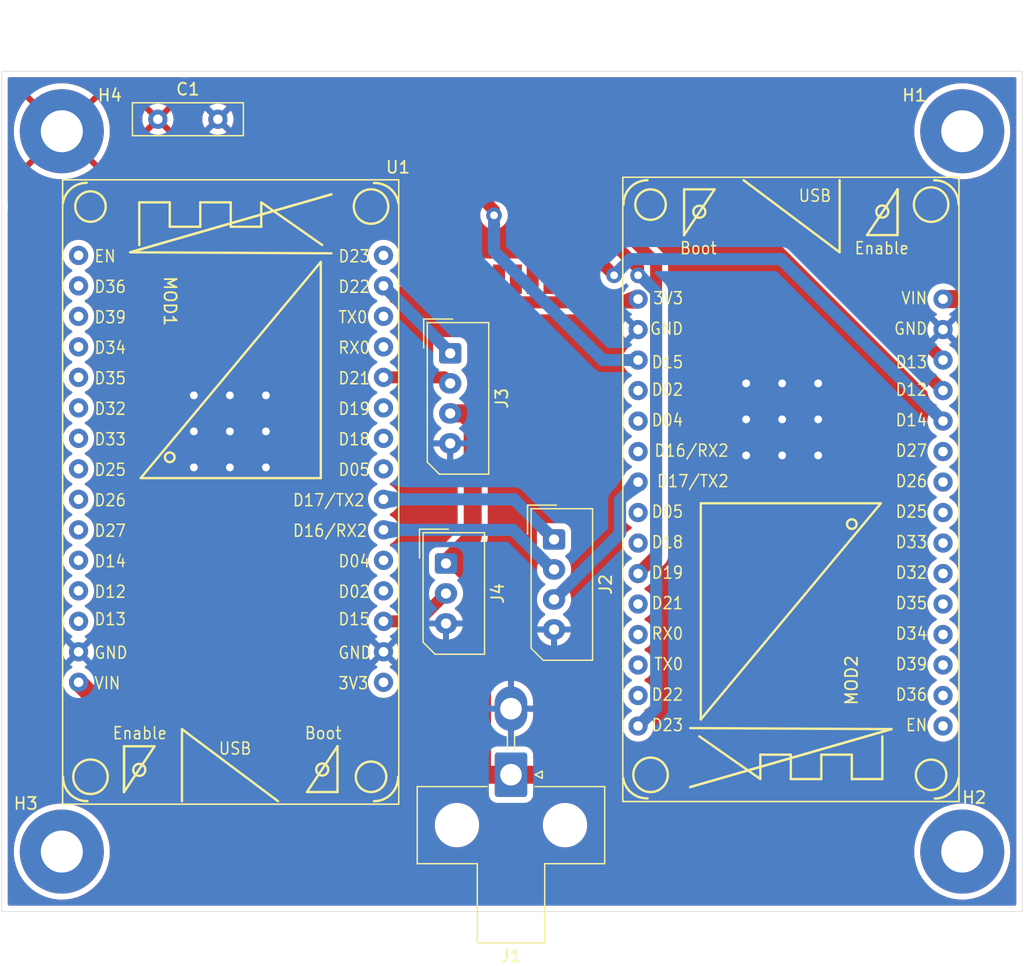
<source format=kicad_pcb>
(kicad_pcb (version 20240108) (generator "pcbnew") (generator_version "8.0")
  (layers (0 "F.Cu" signal) (31 "B.Cu" signal) (34 "B.Paste" user) (35 "F.Paste" user) (36 "B.SilkS" user "B.Silkscreen") (37 "F.SilkS" user "F.Silkscreen") (38 "B.Mask" user) (39 "F.Mask" user) (44 "Edge.Cuts" user))
  (net 0 "")
  (net 1 "GND")
  (net 2 "Net-(C1-Pad1)")
  (net 3 "+5V")
  (net 4 "/UWB_TX")
  (net 5 "/HUSKY_TX")
  (net 6 "/HUSKY_RX")
  (net 7 "/SDA")
  (net 8 "/SCL")
  (net 9 "/PWM_PIN")
  (net 33 "/CLK")
  (net 37 "/MOSI")
  (net 39 "+3.3V")
  (net 40 "/MISO")
  (net 41 "/RST")
  (net 49 "/CS")
  (net 52 "/IRQ")
  (footprint "Connector_Molex:Molex_SPOX_5267-03A_1x03_P2.50mm_Vertical" (layer "F.Cu") (at 94 95 -90)
    (property "Reference" "J4" (at 2.5 -4.3 90) (layer "F.SilkS"))
    (property "Value" "Servo(MG-90S)")
    (fp_line (start -2.86 2.21) (end -0.45 2.21) (stroke (width 0.12)) (layer "F.SilkS"))
    (fp_line (start -2.56 1.91) (end 6.56 1.91) (stroke (width 0.12)) (layer "F.SilkS"))
    (fp_line (start 6.56 1.91) (end 7.56 0.91) (stroke (width 0.12)) (layer "F.SilkS"))
    (fp_line (start 7.56 0.91) (end 7.56 -3.21) (stroke (width 0.12)) (layer "F.SilkS"))
    (fp_line (start -2.86 -0.2) (end -2.86 2.21) (stroke (width 0.12)) (layer "F.SilkS"))
    (fp_line (start -2.56 -3.21) (end -2.56 1.91) (stroke (width 0.12)) (layer "F.SilkS"))
    (fp_line (start 7.56 -3.21) (end -2.56 -3.21) (stroke (width 0.12)) (layer "F.SilkS"))
    (pad "1" thru_hole roundrect (at 0 0 270) (size 1.7 1.85) (drill 0.85) (layers "*.Cu" "*.Mask") (roundrect_rratio 0.147059) (net 3 "+5V"))
    (pad "2" thru_hole oval (at 2.5 0 270) (size 1.7 1.85) (drill 0.85) (layers "*.Cu" "*.Mask") (net 9 "/PWM_PIN"))
    (pad "3" thru_hole oval (at 5 0 270) (size 1.7 1.85) (drill 0.85) (layers "*.Cu" "*.Mask") (net 1 "GND"))
  )
  (footprint "MountingHole:MountingHole_3.5mm_Pad" (layer "F.Cu") (at 137 59)
    (property "Reference" "H1" (at -4 -3 0) (layer "F.SilkS"))
    (property "Value" "MountingHole")
    (pad "1" thru_hole circle (at 0 0) (size 7 7) (drill 3.5) (layers "*.Cu" "*.Mask"))
  )
  (footprint "Connector_Molex:Molex_SPOX_5267-04A_1x04_P2.50mm_Vertical" (layer "F.Cu") (at 94.35 77.5 -90)
    (property "Reference" "J3" (at 3.75 -4.3 90) (layer "F.SilkS"))
    (property "Value" "HUSYYLENS")
    (fp_line (start -2.86 2.21) (end -0.45 2.21) (stroke (width 0.12)) (layer "F.SilkS"))
    (fp_line (start -2.56 1.91) (end 9.06 1.91) (stroke (width 0.12)) (layer "F.SilkS"))
    (fp_line (start 9.06 1.91) (end 10.06 0.91) (stroke (width 0.12)) (layer "F.SilkS"))
    (fp_line (start 10.06 0.91) (end 10.06 -3.21) (stroke (width 0.12)) (layer "F.SilkS"))
    (fp_line (start -2.86 -0.2) (end -2.86 2.21) (stroke (width 0.12)) (layer "F.SilkS"))
    (fp_line (start -2.56 -3.21) (end -2.56 1.91) (stroke (width 0.12)) (layer "F.SilkS"))
    (fp_line (start 10.06 -3.21) (end -2.56 -3.21) (stroke (width 0.12)) (layer "F.SilkS"))
    (pad "1" thru_hole roundrect (at 0 0 270) (size 1.7 1.85) (drill 0.85) (layers "*.Cu" "*.Mask") (roundrect_rratio 0.147059) (net 8 "/SCL"))
    (pad "2" thru_hole oval (at 2.5 0 270) (size 1.7 1.85) (drill 0.85) (layers "*.Cu" "*.Mask") (net 7 "/SDA"))
    (pad "3" thru_hole oval (at 5 0 270) (size 1.7 1.85) (drill 0.85) (layers "*.Cu" "*.Mask") (net 3 "+5V"))
    (pad "4" thru_hole oval (at 7.5 0 270) (size 1.7 1.85) (drill 0.85) (layers "*.Cu" "*.Mask") (net 1 "GND"))
  )
  (footprint "Capacitor_THT:C_Disc_D9.0mm_W2.5mm_P5.00mm" (layer "F.Cu") (at 70 58)
    (property "Reference" "C1" (at 2.5 -2.5 0) (layer "F.SilkS"))
    (property "Value" "1000pF")
    (fp_line (start -2.12 -1.37) (end -2.12 1.37) (stroke (width 0.12)) (layer "F.SilkS"))
    (fp_line (start -2.12 -1.37) (end 7.12 -1.37) (stroke (width 0.12)) (layer "F.SilkS"))
    (fp_line (start -2.12 1.37) (end 7.12 1.37) (stroke (width 0.12)) (layer "F.SilkS"))
    (fp_line (start 7.12 -1.37) (end 7.12 1.37) (stroke (width 0.12)) (layer "F.SilkS"))
    (pad "1" thru_hole circle (at 0 0) (size 1.6 1.6) (drill 0.8) (layers "*.Cu" "*.Mask") (net 2 "Net-(C1-Pad1)"))
    (pad "2" thru_hole circle (at 5 0) (size 1.6 1.6) (drill 0.8) (layers "*.Cu" "*.Mask") (net 1 "GND"))
  )
  (footprint "My_foot_print:ESP32_new" (layer "F.Cu") (at 123.967978 88.226806 180)
    (property "Reference" "MOD2" (at -3.812022 -16.503194 90) (layer "F.SilkS"))
    (property "Value" "ESP-UWB")
    (fp_line (start 10.135408 24.386404) (end 7.595408 24.386404) (stroke (width 0.2)) (layer "F.SilkS"))
    (fp_line (start 10.135408 20.576404) (end 10.135408 24.386404) (stroke (width 0.2)) (layer "F.SilkS"))
    (fp_line (start 10.135408 20.576404) (end 10.135408 20.576404) (stroke (width 0.2)) (layer "F.SilkS"))
    (fp_line (start 9.627408 -20.486938) (end -7.136592 -20.571596) (stroke (width 0.2)) (layer "F.SilkS"))
    (fp_line (start 8.74552 -1.763531) (end -6.25445 -1.763531) (stroke (width 0.2)) (layer "F.SilkS"))
    (fp_line (start 8.74552 -19.76352) (end 8.74552 -1.763531) (stroke (width 0.2)) (layer "F.SilkS"))
    (fp_line (start 8.74552 -19.76352) (end 8.74552 -19.76352) (stroke (width 0.2)) (layer "F.SilkS"))
    (fp_line (start 7.595408 24.386404) (end 10.135408 20.576404) (stroke (width 0.2)) (layer "F.SilkS"))
    (fp_line (start 3.785408 -22.699481) (end 3.785408 -24.731481) (stroke (width 0.2)) (layer "F.SilkS"))
    (fp_line (start 3.785408 -24.731481) (end 8.865408 -21.175481) (stroke (width 0.2)) (layer "F.SilkS"))
    (fp_line (start 1.245408 -22.699481) (end 3.785408 -22.699481) (stroke (width 0.2)) (layer "F.SilkS"))
    (fp_line (start 1.245408 -24.731481) (end 1.245408 -22.699481) (stroke (width 0.2)) (layer "F.SilkS"))
    (fp_line (start -1.294592 -22.699481) (end -1.294592 -24.731481) (stroke (width 0.2)) (layer "F.SilkS"))
    (fp_line (start -1.294592 -24.731481) (end 1.245408 -24.731481) (stroke (width 0.2)) (layer "F.SilkS"))
    (fp_line (start -2.818592 25.148404) (end -2.818592 19.148416) (stroke (width 0.2)) (layer "F.SilkS"))
    (fp_line (start -2.818592 19.148416) (end 5.181392 25.148404) (stroke (width 0.2)) (layer "F.SilkS"))
    (fp_line (start -3.834592 -22.699481) (end -1.294592 -22.699481) (stroke (width 0.2)) (layer "F.SilkS"))
    (fp_line (start -3.834592 -24.731481) (end -3.834592 -22.699481) (stroke (width 0.2)) (layer "F.SilkS"))
    (fp_line (start -5.104592 20.576404) (end -7.644592 24.386404) (stroke (width 0.2)) (layer "F.SilkS"))
    (fp_line (start -6.25445 -1.763531) (end 8.74552 -19.76352) (stroke (width 0.2)) (layer "F.SilkS"))
    (fp_line (start -6.374592 -21.175481) (end -6.374592 -24.731481) (stroke (width 0.2)) (layer "F.SilkS"))
    (fp_line (start -6.374592 -24.731481) (end -3.834592 -24.731481) (stroke (width 0.2)) (layer "F.SilkS"))
    (fp_line (start -7.136592 -20.571596) (end 9.627408 -25.397596) (stroke (width 0.2)) (layer "F.SilkS"))
    (fp_line (start -7.136592 -20.571596) (end 9.627408 -25.397596) (stroke (width 0.2)) (layer "F.SilkS"))
    (fp_line (start -7.644592 24.386404) (end -7.644592 24.386404) (stroke (width 0.2)) (layer "F.SilkS"))
    (fp_line (start -7.644592 24.386404) (end -7.644592 20.576404) (stroke (width 0.2)) (layer "F.SilkS"))
    (fp_line (start -7.644592 24.386404) (end -7.644592 20.576404) (stroke (width 0.2)) (layer "F.SilkS"))
    (fp_line (start -7.644592 20.576404) (end -5.104592 20.576404) (stroke (width 0.2)) (layer "F.SilkS"))
    (fp_rect (start -12.759837 -26.604656) (end 15.240163 25.395344) (stroke (width 0.12)) (fill none) (layer "F.SilkS"))
    (fp_rect (start -12.759837 -26.604656) (end 15.240163 25.395344) (stroke (width 0.12)) (fill none) (layer "F.SilkS"))
    (fp_arc (start 15.183175 23.116912) (mid 14.60873 24.551439) (end 13.183427 25.148404) (stroke (width 0.2)) (layer "F.SilkS"))
    (fp_arc (start 13.177033 -26.340317) (mid 14.52025 -25.875405) (end 15.215408 -24.635596) (stroke (width 0.2)) (layer "F.SilkS"))
    (fp_arc (start 9.365153 22.542618) (mid 8.366312 22.494376) (end 9.365407 22.53703) (stroke (width 0.2)) (layer "F.SilkS"))
    (fp_arc (start -3.434669 -3.493398) (mid -4.234655 -3.495557) (end -3.434669 -3.497716) (stroke (width 0.2)) (layer "F.SilkS"))
    (fp_arc (start -5.874593 22.542618) (mid -6.874333 22.539824) (end -5.874593 22.53703) (stroke (width 0.2)) (layer "F.SilkS"))
    (fp_arc (start -10.692567 25.145153) (mid -12.136715 24.561757) (end -12.724465 23.119376) (stroke (width 0.2)) (layer "F.SilkS"))
    (fp_arc (start -12.735082 -24.637069) (mid -12.066424 -25.867469) (end -10.754691 -26.357716) (stroke (width 0.2)) (layer "F.SilkS"))
    (fp_circle (center 12.929535 23.116531) (end 14.199535 23.116531) (stroke (width 0.2)) (fill none) (layer "F.SilkS"))
    (fp_circle (center 12.929535 -24.381469) (end 14.366413 -24.381469) (stroke (width 0.2)) (fill none) (layer "F.SilkS"))
    (fp_circle (center -10.438465 23.116531) (end -9.001587 23.116531) (stroke (width 0.2)) (fill none) (layer "F.SilkS"))
    (fp_circle (center -10.438465 -24.381469) (end -9.168465 -24.381469) (stroke (width 0.2)) (fill none) (layer "F.SilkS"))
    (fp_text user "D34" (at -10.184628 -12.032921 0) (layer "F.SilkS") (effects (font (size 0.999998 0.899998) (thickness 0.124999)) (justify right top)))
    (fp_text user "D15" (at 10.135372 10.573079 0) (layer "F.SilkS") (effects (font (size 0.999998 0.899998) (thickness 0.124999)) (justify right top)))
    (fp_text user "D22" (at 10.135372 -17.112921 0) (layer "F.SilkS") (effects (font (size 0.999998 0.899998) (thickness 0.124999)) (justify right top)))
    (fp_text user "D39" (at -10.184628 -14.572921 0) (layer "F.SilkS") (effects (font (size 0.999998 0.899998) (thickness 0.124999)) (justify right top)))
    (fp_text user "D04" (at 10.135372 5.747079 0) (layer "F.SilkS") (effects (font (size 0.999998 0.899998) (thickness 0.124999)) (justify right top)))
    (fp_text user "D36" (at -10.184628 -17.112921 0) (layer "F.SilkS") (effects (font (size 0.999998 0.899998) (thickness 0.124999)) (justify right top)))
    (fp_text user "D27" (at -10.184628 3.207079 0) (layer "F.SilkS") (effects (font (size 0.999998 0.899998) (thickness 0.124999)) (justify right top)))
    (fp_text user "D12" (at -10.184628 8.287079 0) (layer "F.SilkS") (effects (font (size 0.999998 0.899998) (thickness 0.124999)) (justify right top)))
    (fp_text user "D16/RX2" (at 6.347978 3.207079 0) (layer "F.SilkS") (effects (font (size 0.999998 0.899998) (thickness 0.124999)) (justify right top)))
    (fp_text user "Boot" (at 7.341535 20.068531 0) (layer "F.SilkS") (effects (font (size 0.999998 0.899998) (thickness 0.124999)) (justify right top)))
    (fp_text user "D13" (at -10.184628 10.573079 0) (layer "F.SilkS") (effects (font (size 0.999998 0.899998) (thickness 0.124999)) (justify right top)))
    (fp_text user "D33" (at -10.184628 -4.412921 0) (layer "F.SilkS") (effects (font (size 0.999998 0.899998) (thickness 0.124999)) (justify right top)))
    (fp_text user "D23" (at 10.135372 -19.652921 0) (layer "F.SilkS") (effects (font (size 0.999998 0.899998) (thickness 0.124999)) (justify right top)))
    (fp_text user "D17/TX2" (at 6.347978 0.667079 0) (layer "F.SilkS") (effects (font (size 0.999998 0.899998) (thickness 0.124999)) (justify right top)))
    (fp_text user "D18" (at 10.135372 -4.412921 0) (layer "F.SilkS") (effects (font (size 0.999998 0.899998) (thickness 0.124999)) (justify right top)))
    (fp_text user "TX0" (at 10.135372 -14.572921 0) (layer "F.SilkS") (effects (font (size 0.999998 0.899998) (thickness 0.124999)) (justify right top)))
    (fp_text user "D19" (at 10.135372 -6.952921 0) (layer "F.SilkS") (effects (font (size 0.999998 0.899998) (thickness 0.124999)) (justify right top)))
    (fp_text user "D35" (at -10.184628 -9.492921 0) (layer "F.SilkS") (effects (font (size 0.999998 0.899998) (thickness 0.124999)) (justify right top)))
    (fp_text user "Enable" (at -8.660465 20.068531 0) (layer "F.SilkS") (effects (font (size 0.999998 0.899998) (thickness 0.124999)) (justify right top)))
    (fp_text user "D14" (at -10.184628 5.747079 0) (layer "F.SilkS") (effects (font (size 0.999998 0.899998) (thickness 0.124999)) (justify right top)))
    (fp_text user "EN" (at -10.184628 -19.652921 0) (layer "F.SilkS") (effects (font (size 0.999998 0.899998) (thickness 0.124999)) (justify right top)))
    (fp_text user "GND" (at 10.135372 13.367079 0) (layer "F.SilkS") (effects (font (size 0.999998 0.899998) (thickness 0.124999)) (justify right top)))
    (fp_text user "RX0" (at 10.135372 -12.032921 0) (layer "F.SilkS") (effects (font (size 0.999998 0.899998) (thickness 0.124999)) (justify right top)))
    (fp_text user "USB" (at -2.194192 24.440877 0) (layer "F.SilkS") (effects (font (size 0.999998 0.899998) (thickness 0.124999)) (justify right top)))
    (fp_text user "3V3" (at 10.135372 15.907079 0) (layer "F.SilkS") (effects (font (size 0.999998 0.899998) (thickness 0.124999)) (justify right top)))
    (fp_text user "D21" (at 10.135372 -9.492921 0) (layer "F.SilkS") (effects (font (size 0.999998 0.899998) (thickness 0.124999)) (justify right top)))
    (fp_text user "D02" (at 10.135372 8.287079 0) (layer "F.SilkS") (effects (font (size 0.999998 0.899998) (thickness 0.124999)) (justify right top)))
    (fp_text user "D05" (at 10.135372 -1.872921 0) (layer "F.SilkS") (effects (font (size 0.999998 0.899998) (thickness 0.124999)) (justify right top)))
    (fp_text user "D25" (at -10.184628 -1.872921 0) (layer "F.SilkS") (effects (font (size 0.999998 0.899998) (thickness 0.124999)) (justify right top)))
    (fp_text user "VIN" (at -10.184628 15.907079 0) (layer "F.SilkS") (effects (font (size 0.999998 0.899998) (thickness 0.124999)) (justify right top)))
    (fp_text user "GND" (at -10.184628 13.367079 0) (layer "F.SilkS") (effects (font (size 0.999998 0.899998) (thickness 0.124999)) (justify right top)))
    (fp_text user "D32" (at -10.184628 -6.952921 0) (layer "F.SilkS") (effects (font (size 0.999998 0.899998) (thickness 0.124999)) (justify right top)))
    (fp_text user "D26" (at -10.184628 0.667079 0) (layer "F.SilkS") (effects (font (size 0.999998 0.899998) (thickness 0.124999)) (justify right top)))
    (pad "1" thru_hole circle (at -11.432022 12.706806 180) (size 1.6 1.6) (drill 0.8) (layers "*.Cu" "*.Mask") (net 1 "GND"))
    (pad "1" thru_hole circle (at 13.967978 12.706806) (size 1.6 1.6) (drill 0.8) (layers "*.Cu" "*.Mask") (net 1 "GND"))
    (pad "2" thru_hole circle (at 13.967978 15.246806) (size 1.6 1.6) (drill 0.8) (layers "*.Cu" "*.Mask") (net 39 "+3.3V"))
    (pad "3" thru_hole circle (at -11.432022 -20.313194 180) (size 1.6 1.6) (drill 0.8) (layers "*.Cu" "*.Mask"))
    (pad "4" thru_hole circle (at -11.432022 -17.773194 180) (size 1.6 1.6) (drill 0.8) (layers "*.Cu" "*.Mask"))
    (pad "5" thru_hole circle (at -11.432022 -15.233194 180) (size 1.6 1.6) (drill 0.8) (layers "*.Cu" "*.Mask"))
    (pad "6" thru_hole circle (at -11.432022 -12.693194 180) (size 1.6 1.6) (drill 0.8) (layers "*.Cu" "*.Mask"))
    (pad "7" thru_hole circle (at -11.432022 -10.153194 180) (size 1.6 1.6) (drill 0.8) (layers "*.Cu" "*.Mask"))
    (pad "8" thru_hole circle (at -11.432022 -7.613194 180) (size 1.6 1.6) (drill 0.8) (layers "*.Cu" "*.Mask"))
    (pad "9" thru_hole circle (at -11.432022 -5.073194 180) (size 1.6 1.6) (drill 0.8) (layers "*.Cu" "*.Mask"))
    (pad "10" thru_hole circle (at -11.432022 -2.533194 180) (size 1.6 1.6) (drill 0.8) (layers "*.Cu" "*.Mask"))
    (pad "11" thru_hole circle (at -11.432022 0.006806 180) (size 1.6 1.6) (drill 0.8) (layers "*.Cu" "*.Mask"))
    (pad "12" thru_hole circle (at -11.432022 2.546806 180) (size 1.6 1.6) (drill 0.8) (layers "*.Cu" "*.Mask"))
    (pad "13" thru_hole circle (at -11.432022 5.086806 180) (size 1.6 1.6) (drill 0.8) (layers "*.Cu" "*.Mask") (net 49 "/CS"))
    (pad "14" thru_hole circle (at -11.432022 7.626806 180) (size 1.6 1.6) (drill 0.8) (layers "*.Cu" "*.Mask") (net 33 "/CLK"))
    (pad "15" thru_hole circle (at -11.432022 15.246806 180) (size 1.6 1.6) (drill 0.8) (layers "*.Cu" "*.Mask") (net 3 "+5V"))
    (pad "16" thru_hole circle (at -11.432022 10.166806 180) (size 1.6 1.6) (drill 0.8) (layers "*.Cu" "*.Mask") (net 52 "/IRQ"))
    (pad "23" thru_hole circle (at 13.967978 10.166806) (size 1.6 1.6) (drill 0.8) (layers "*.Cu" "*.Mask") (net 41 "/RST"))
    (pad "24" thru_hole circle (at 13.967978 7.626806) (size 1.6 1.6) (drill 0.8) (layers "*.Cu" "*.Mask"))
    (pad "26" thru_hole circle (at 13.967978 5.086806) (size 1.6 1.6) (drill 0.8) (layers "*.Cu" "*.Mask"))
    (pad "27" thru_hole circle (at 13.967978 2.546806) (size 1.6 1.6) (drill 0.8) (layers "*.Cu" "*.Mask"))
    (pad "28" thru_hole circle (at 13.967978 0.006806) (size 1.6 1.6) (drill 0.8) (layers "*.Cu" "*.Mask") (net 4 "/UWB_TX"))
    (pad "29" thru_hole circle (at 13.967978 -2.533194) (size 1.6 1.6) (drill 0.8) (layers "*.Cu" "*.Mask"))
    (pad "30" thru_hole circle (at 13.967978 -5.073194) (size 1.6 1.6) (drill 0.8) (layers "*.Cu" "*.Mask"))
    (pad "31" thru_hole circle (at 13.967978 -7.613194) (size 1.6 1.6) (drill 0.8) (layers "*.Cu" "*.Mask") (net 40 "/MISO"))
    (pad "33" thru_hole circle (at 13.967978 -10.153194) (size 1.6 1.6) (drill 0.8) (layers "*.Cu" "*.Mask"))
    (pad "34" thru_hole circle (at 13.967978 -12.693194 180) (size 1.6 1.6) (drill 0.8) (layers "*.Cu" "*.Mask"))
    (pad "35" thru_hole circle (at 13.967978 -15.233194 180) (size 1.6 1.6) (drill 0.8) (layers "*.Cu" "*.Mask"))
    (pad "36" thru_hole circle (at 13.967978 -17.773194) (size 1.6 1.6) (drill 0.8) (layers "*.Cu" "*.Mask"))
    (pad "37" thru_hole circle (at 13.967978 -20.313194) (size 1.6 1.6) (drill 0.8) (layers "*.Cu" "*.Mask") (net 37 "/MOSI"))
  )
  (footprint "MountingHole:MountingHole_3.5mm_Pad" (layer "F.Cu") (at 62 59)
    (property "Reference" "H4" (at 4 -3 0) (layer "F.SilkS"))
    (property "Value" "MountingHole_Pad")
    (pad "1" thru_hole circle (at 0 0) (size 7 7) (drill 3.5) (layers "*.Cu" "*.Mask") (net 2 "Net-(C1-Pad1)"))
  )
  (footprint "MountingHole:MountingHole_3.5mm_Pad" (layer "F.Cu") (at 137 119)
    (property "Reference" "H2" (at 1 -4.5 0) (layer "F.SilkS"))
    (property "Value" "MountingHole")
    (pad "1" thru_hole circle (at 0 0) (size 7 7) (drill 3.5) (layers "*.Cu" "*.Mask"))
  )
  (footprint "My_foot_print:ESP32_new" (layer "F.Cu") (at 74.826734 89.653468)
    (property "Reference" "MOD1" (at -3.812022 -16.503194 -90) (layer "F.SilkS"))
    (property "Value" "ESP32 - HUSKYLENS")
    (fp_line (start -7.644592 20.576404) (end -5.104592 20.576404) (stroke (width 0.2)) (layer "F.SilkS"))
    (fp_line (start -7.644592 24.386404) (end -7.644592 20.576404) (stroke (width 0.2)) (layer "F.SilkS"))
    (fp_line (start -7.644592 24.386404) (end -7.644592 20.576404) (stroke (width 0.2)) (layer "F.SilkS"))
    (fp_line (start -7.644592 24.386404) (end -7.644592 24.386404) (stroke (width 0.2)) (layer "F.SilkS"))
    (fp_line (start -7.136592 -20.571596) (end 9.627408 -25.397596) (stroke (width 0.2)) (layer "F.SilkS"))
    (fp_line (start -7.136592 -20.571596) (end 9.627408 -25.397596) (stroke (width 0.2)) (layer "F.SilkS"))
    (fp_line (start -6.374592 -24.731481) (end -3.834592 -24.731481) (stroke (width 0.2)) (layer "F.SilkS"))
    (fp_line (start -6.374592 -21.175481) (end -6.374592 -24.731481) (stroke (width 0.2)) (layer "F.SilkS"))
    (fp_line (start -6.25445 -1.763531) (end 8.74552 -19.76352) (stroke (width 0.2)) (layer "F.SilkS"))
    (fp_line (start -5.104592 20.576404) (end -7.644592 24.386404) (stroke (width 0.2)) (layer "F.SilkS"))
    (fp_line (start -3.834592 -24.731481) (end -3.834592 -22.699481) (stroke (width 0.2)) (layer "F.SilkS"))
    (fp_line (start -3.834592 -22.699481) (end -1.294592 -22.699481) (stroke (width 0.2)) (layer "F.SilkS"))
    (fp_line (start -2.818592 19.148416) (end 5.181392 25.148404) (stroke (width 0.2)) (layer "F.SilkS"))
    (fp_line (start -2.818592 25.148404) (end -2.818592 19.148416) (stroke (width 0.2)) (layer "F.SilkS"))
    (fp_line (start -1.294592 -24.731481) (end 1.245408 -24.731481) (stroke (width 0.2)) (layer "F.SilkS"))
    (fp_line (start -1.294592 -22.699481) (end -1.294592 -24.731481) (stroke (width 0.2)) (layer "F.SilkS"))
    (fp_line (start 1.245408 -24.731481) (end 1.245408 -22.699481) (stroke (width 0.2)) (layer "F.SilkS"))
    (fp_line (start 1.245408 -22.699481) (end 3.785408 -22.699481) (stroke (width 0.2)) (layer "F.SilkS"))
    (fp_line (start 3.785408 -24.731481) (end 8.865408 -21.175481) (stroke (width 0.2)) (layer "F.SilkS"))
    (fp_line (start 3.785408 -22.699481) (end 3.785408 -24.731481) (stroke (width 0.2)) (layer "F.SilkS"))
    (fp_line (start 7.595408 24.386404) (end 10.135408 20.576404) (stroke (width 0.2)) (layer "F.SilkS"))
    (fp_line (start 8.74552 -19.76352) (end 8.74552 -19.76352) (stroke (width 0.2)) (layer "F.SilkS"))
    (fp_line (start 8.74552 -19.76352) (end 8.74552 -1.763531) (stroke (width 0.2)) (layer "F.SilkS"))
    (fp_line (start 8.74552 -1.763531) (end -6.25445 -1.763531) (stroke (width 0.2)) (layer "F.SilkS"))
    (fp_line (start 9.627408 -20.486938) (end -7.136592 -20.571596) (stroke (width 0.2)) (layer "F.SilkS"))
    (fp_line (start 10.135408 20.576404) (end 10.135408 20.576404) (stroke (width 0.2)) (layer "F.SilkS"))
    (fp_line (start 10.135408 20.576404) (end 10.135408 24.386404) (stroke (width 0.2)) (layer "F.SilkS"))
    (fp_line (start 10.135408 24.386404) (end 7.595408 24.386404) (stroke (width 0.2)) (layer "F.SilkS"))
    (fp_rect (start -12.759837 -26.604656) (end 15.240163 25.395344) (stroke (width 0.12)) (fill none) (layer "F.SilkS"))
    (fp_rect (start -12.759837 -26.604656) (end 15.240163 25.395344) (stroke (width 0.12)) (fill none) (layer "F.SilkS"))
    (fp_arc (start -12.735082 -24.637069) (mid -12.066424 -25.867469) (end -10.754691 -26.357716) (stroke (width 0.2)) (layer "F.SilkS"))
    (fp_arc (start -10.692567 25.145153) (mid -12.136715 24.561757) (end -12.724465 23.119376) (stroke (width 0.2)) (layer "F.SilkS"))
    (fp_arc (start -5.874593 22.542618) (mid -6.874333 22.539824) (end -5.874593 22.53703) (stroke (width 0.2)) (layer "F.SilkS"))
    (fp_arc (start -3.434669 -3.493398) (mid -4.234655 -3.495557) (end -3.434669 -3.497716) (stroke (width 0.2)) (layer "F.SilkS"))
    (fp_arc (start 9.365153 22.542618) (mid 8.366312 22.494376) (end 9.365407 22.53703) (stroke (width 0.2)) (layer "F.SilkS"))
    (fp_arc (start 13.177033 -26.340317) (mid 14.52025 -25.875405) (end 15.215408 -24.635596) (stroke (width 0.2)) (layer "F.SilkS"))
    (fp_arc (start 15.183175 23.116912) (mid 14.60873 24.551439) (end 13.183427 25.148404) (stroke (width 0.2)) (layer "F.SilkS"))
    (fp_circle (center -10.438465 -24.381469) (end -9.168465 -24.381469) (stroke (width 0.2)) (fill none) (layer "F.SilkS"))
    (fp_circle (center -10.438465 23.116531) (end -9.001587 23.116531) (stroke (width 0.2)) (fill none) (layer "F.SilkS"))
    (fp_circle (center 12.929535 -24.381469) (end 14.366413 -24.381469) (stroke (width 0.2)) (fill none) (layer "F.SilkS"))
    (fp_circle (center 12.929535 23.116531) (end 14.199535 23.116531) (stroke (width 0.2)) (fill none) (layer "F.SilkS"))
    (fp_text user "D02" (at 10.135372 8.287079 0) (layer "F.SilkS") (effects (font (size 0.999998 0.899998) (thickness 0.124999)) (justify left bottom)))
    (fp_text user "EN" (at -10.184628 -19.652921 0) (layer "F.SilkS") (effects (font (size 0.999998 0.899998) (thickness 0.124999)) (justify left bottom)))
    (fp_text user "GND" (at 10.135372 13.367079 0) (layer "F.SilkS") (effects (font (size 0.999998 0.899998) (thickness 0.124999)) (justify left bottom)))
    (fp_text user "GND" (at -10.184628 13.367079 0) (layer "F.SilkS") (effects (font (size 0.999998 0.899998) (thickness 0.124999)) (justify left bottom)))
    (fp_text user "D33" (at -10.184628 -4.412921 0) (layer "F.SilkS") (effects (font (size 0.999998 0.899998) (thickness 0.124999)) (justify left bottom)))
    (fp_text user "D16/RX2" (at 6.347978 3.207079 0) (layer "F.SilkS") (effects (font (size 0.999998 0.899998) (thickness 0.124999)) (justify left bottom)))
    (fp_text user "3V3" (at 10.135372 15.907079 0) (layer "F.SilkS") (effects (font (size 0.999998 0.899998) (thickness 0.124999)) (justify left bottom)))
    (fp_text user "D36" (at -10.184628 -17.112921 0) (layer "F.SilkS") (effects (font (size 0.999998 0.899998) (thickness 0.124999)) (justify left bottom)))
    (fp_text user "D14" (at -10.184628 5.747079 0) (layer "F.SilkS") (effects (font (size 0.999998 0.899998) (thickness 0.124999)) (justify left bottom)))
    (fp_text user "D23" (at 10.135372 -19.652921 0) (layer "F.SilkS") (effects (font (size 0.999998 0.899998) (thickness 0.124999)) (justify left bottom)))
    (fp_text user "D25" (at -10.184628 -1.872921 0) (layer "F.SilkS") (effects (font (size 0.999998 0.899998) (thickness 0.124999)) (justify left bottom)))
    (fp_text user "D05" (at 10.135372 -1.872921 0) (layer "F.SilkS") (effects (font (size 0.999998 0.899998) (thickness 0.124999)) (justify left bottom)))
    (fp_text user "D35" (at -10.184628 -9.492921 0) (layer "F.SilkS") (effects (font (size 0.999998 0.899998) (thickness 0.124999)) (justify left bottom)))
    (fp_text user "D27" (at -10.184628 3.207079 0) (layer "F.SilkS") (effects (font (size 0.999998 0.899998) (thickness 0.124999)) (justify left bottom)))
    (fp_text user "D34" (at -10.184628 -12.032921 0) (layer "F.SilkS") (effects (font (size 0.999998 0.899998) (thickness 0.124999)) (justify left bottom)))
    (fp_text user "D13" (at -10.184628 10.573079 0) (layer "F.SilkS") (effects (font (size 0.999998 0.899998) (thickness 0.124999)) (justify left bottom)))
    (fp_text user "Enable" (at -8.660465 20.068531 0) (layer "F.SilkS") (effects (font (size 0.999998 0.899998) (thickness 0.124999)) (justify left bottom)))
    (fp_text user "D18" (at 10.135372 -4.412921 0) (layer "F.SilkS") (effects (font (size 0.999998 0.899998) (thickness 0.124999)) (justify left bottom)))
    (fp_text user "D39" (at -10.184628 -14.572921 0) (layer "F.SilkS") (effects (font (size 0.999998 0.899998) (thickness 0.124999)) (justify left bottom)))
    (fp_text user "D17/TX2" (at 6.347978 0.667079 0) (layer "F.SilkS") (effects (font (size 0.999998 0.899998) (thickness 0.124999)) (justify left bottom)))
    (fp_text user "D21" (at 10.135372 -9.492921 0) (layer "F.SilkS") (effects (font (size 0.999998 0.899998) (thickness 0.124999)) (justify left bottom)))
    (fp_text user "VIN" (at -10.184628 15.907079 0) (layer "F.SilkS") (effects (font (size 0.999998 0.899998) (thickness 0.124999)) (justify left bottom)))
    (fp_text user "D12" (at -10.184628 8.287079 0) (layer "F.SilkS") (effects (font (size 0.999998 0.899998) (thickness 0.124999)) (justify left bottom)))
    (fp_text user "D26" (at -10.184628 0.667079 0) (layer "F.SilkS") (effects (font (size 0.999998 0.899998) (thickness 0.124999)) (justify left bottom)))
    (fp_text user "USB" (at 0.173266 21.346532 0) (layer "F.SilkS") (effects (font (size 0.999998 0.899998) (thickness 0.124999)) (justify left bottom)))
    (fp_text user "D32" (at -10.184628 -6.952921 0) (layer "F.SilkS") (effects (font (size 0.999998 0.899998) (thickness 0.124999)) (justify left bottom)))
    (fp_text user "RX0" (at 10.135372 -12.032921 0) (layer "F.SilkS") (effects (font (size 0.999998 0.899998) (thickness 0.124999)) (justify left bottom)))
    (fp_text user "TX0" (at 10.135372 -14.572921 0) (layer "F.SilkS") (effects (font (size 0.999998 0.899998) (thickness 0.124999)) (justify left bottom)))
    (fp_text user "D19" (at 10.135372 -6.952921 0) (layer "F.SilkS") (effects (font (size 0.999998 0.899998) (thickness 0.124999)) (justify left bottom)))
    (fp_text user "D04" (at 10.135372 5.747079 0) (layer "F.SilkS") (effects (font (size 0.999998 0.899998) (thickness 0.124999)) (justify left bottom)))
    (fp_text user "D15" (at 10.135372 10.573079 0) (layer "F.SilkS") (effects (font (size 0.999998 0.899998) (thickness 0.124999)) (justify left bottom)))
    (fp_text user "Boot" (at 7.341535 20.068531 0) (layer "F.SilkS") (effects (font (size 0.999998 0.899998) (thickness 0.124999)) (justify left bottom)))
    (fp_text user "D22" (at 10.135372 -17.112921 0) (layer "F.SilkS") (effects (font (size 0.999998 0.899998) (thickness 0.124999)) (justify left bottom)))
    (pad "1" thru_hole circle (at -11.432022 12.706806) (size 1.6 1.6) (drill 0.8) (layers "*.Cu" "*.Mask") (net 1 "GND"))
    (pad "1" thru_hole circle (at 13.967978 12.706806 180) (size 1.6 1.6) (drill 0.8) (layers "*.Cu" "*.Mask") (net 1 "GND"))
    (pad "2" thru_hole circle (at 13.967978 15.246806 180) (size 1.6 1.6) (drill 0.8) (layers "*.Cu" "*.Mask"))
    (pad "3" thru_hole circle (at -11.432022 -20.313194) (size 1.6 1.6) (drill 0.8) (layers "*.Cu" "*.Mask"))
    (pad "4" thru_hole circle (at -11.432022 -17.773194) (size 1.6 1.6) (drill 0.8) (layers "*.Cu" "*.Mask"))
    (pad "5" thru_hole circle (at -11.432022 -15.233194) (size 1.6 1.6) (drill 0.8) (layers "*.Cu" "*.Mask"))
    (pad "6" thru_hole circle (at -11.432022 -12.693194) (size 1.6 1.6) (drill 0.8) (layers "*.Cu" "*.Mask"))
    (pad "7" thru_hole circle (at -11.432022 -10.153194) (size 1.6 1.6) (drill 0.8) (layers "*.Cu" "*.Mask"))
    (pad "8" thru_hole circle (at -11.432022 -7.613194) (size 1.6 1.6) (drill 0.8) (layers "*.Cu" "*.Mask"))
    (pad "9" thru_hole circle (at -11.432022 -5.073194) (size 1.6 1.6) (drill 0.8) (layers "*.Cu" "*.Mask"))
    (pad "10" thru_hole circle (at -11.432022 -2.533194) (size 1.6 1.6) (drill 0.8) (layers "*.Cu" "*.Mask"))
    (pad "11" thru_hole circle (at -11.432022 0.006806) (size 1.6 1.6) (drill 0.8) (layers "*.Cu" "*.Mask"))
    (pad "12" thru_hole circle (at -11.432022 2.546806) (size 1.6 1.6) (drill 0.8) (layers "*.Cu" "*.Mask"))
    (pad "13" thru_hole circle (at -11.432022 5.086806) (size 1.6 1.6) (drill 0.8) (layers "*.Cu" "*.Mask"))
    (pad "14" thru_hole circle (at -11.432022 7.626806) (size 1.6 1.6) (drill 0.8) (layers "*.Cu" "*.Mask"))
    (pad "15" thru_hole circle (at -11.432022 15.246806) (size 1.6 1.6) (drill 0.8) (layers "*.Cu" "*.Mask") (net 3 "+5V"))
    (pad "16" thru_hole circle (at -11.432022 10.166806) (size 1.6 1.6) (drill 0.8) (layers "*.Cu" "*.Mask"))
    (pad "23" thru_hole circle (at 13.967978 10.166806 180) (size 1.6 1.6) (drill 0.8) (layers "*.Cu" "*.Mask") (net 9 "/PWM_PIN"))
    (pad "24" thru_hole circle (at 13.967978 7.626806 180) (size 1.6 1.6) (drill 0.8) (layers "*.Cu" "*.Mask"))
    (pad "26" thru_hole circle (at 13.967978 5.086806 180) (size 1.6 1.6) (drill 0.8) (layers "*.Cu" "*.Mask"))
    (pad "27" thru_hole circle (at 13.967978 2.546806 180) (size 1.6 1.6) (drill 0.8) (layers "*.Cu" "*.Mask") (net 6 "/HUSKY_RX"))
    (pad "28" thru_hole circle (at 13.967978 0.006806 180) (size 1.6 1.6) (drill 0.8) (layers "*.Cu" "*.Mask") (net 5 "/HUSKY_TX"))
    (pad "29" thru_hole circle (at 13.967978 -2.533194 180) (size 1.6 1.6) (drill 0.8) (layers "*.Cu" "*.Mask"))
    (pad "30" thru_hole circle (at 13.967978 -5.073194 180) (size 1.6 1.6) (drill 0.8) (layers "*.Cu" "*.Mask"))
    (pad "31" thru_hole circle (at 13.967978 -7.613194 180) (size 1.6 1.6) (drill 0.8) (layers "*.Cu" "*.Mask"))
    (pad "33" thru_hole circle (at 13.967978 -10.153194 180) (size 1.6 1.6) (drill 0.8) (layers "*.Cu" "*.Mask") (net 7 "/SDA"))
    (pad "34" thru_hole circle (at 13.967978 -12.693194) (size 1.6 1.6) (drill 0.8) (layers "*.Cu" "*.Mask"))
    (pad "35" thru_hole circle (at 13.967978 -15.233194) (size 1.6 1.6) (drill 0.8) (layers "*.Cu" "*.Mask"))
    (pad "36" thru_hole circle (at 13.967978 -17.773194 180) (size 1.6 1.6) (drill 0.8) (layers "*.Cu" "*.Mask") (net 8 "/SCL"))
    (pad "37" thru_hole circle (at 13.967978 -20.313194 180) (size 1.6 1.6) (drill 0.8) (layers "*.Cu" "*.Mask"))
  )
  (footprint "Connector_Molex:Molex_SPOX_5267-04A_1x04_P2.50mm_Vertical" (layer "F.Cu") (at 103 93 -90)
    (property "Reference" "J2" (at 3.75 -4.3 90) (layer "F.SilkS"))
    (property "Value" "STM32<->ESP32-HUSKYLENS")
    (fp_line (start -2.86 2.21) (end -0.45 2.21) (stroke (width 0.12)) (layer "F.SilkS"))
    (fp_line (start -2.56 1.91) (end 9.06 1.91) (stroke (width 0.12)) (layer "F.SilkS"))
    (fp_line (start 9.06 1.91) (end 10.06 0.91) (stroke (width 0.12)) (layer "F.SilkS"))
    (fp_line (start 10.06 0.91) (end 10.06 -3.21) (stroke (width 0.12)) (layer "F.SilkS"))
    (fp_line (start -2.86 -0.2) (end -2.86 2.21) (stroke (width 0.12)) (layer "F.SilkS"))
    (fp_line (start -2.56 -3.21) (end -2.56 1.91) (stroke (width 0.12)) (layer "F.SilkS"))
    (fp_line (start 10.06 -3.21) (end -2.56 -3.21) (stroke (width 0.12)) (layer "F.SilkS"))
    (pad "1" thru_hole roundrect (at 0 0 270) (size 1.7 1.85) (drill 0.85) (layers "*.Cu" "*.Mask") (roundrect_rratio 0.147059) (net 5 "/HUSKY_TX"))
    (pad "2" thru_hole oval (at 2.5 0 270) (size 1.7 1.85) (drill 0.85) (layers "*.Cu" "*.Mask") (net 6 "/HUSKY_RX"))
    (pad "3" thru_hole oval (at 5 0 270) (size 1.7 1.85) (drill 0.85) (layers "*.Cu" "*.Mask") (net 4 "/UWB_TX"))
    (pad "4" thru_hole oval (at 7.5 0 270) (size 1.7 1.85) (drill 0.85) (layers "*.Cu" "*.Mask") (net 1 "GND"))
  )
  (footprint "Connector_Molex:Molex_Mini-Fit_Jr_5569-02A1_2x01_P4.20mm_Horizontal" (layer "F.Cu") (at 99.412278 112.597661 180)
    (property "Reference" "J1" (at 0 -15.1 0) (layer "F.SilkS"))
    (property "Value" "MAIN_POWER")
    (fp_line (start 7.81 -0.99) (end 2 -0.99) (stroke (width 0.12)) (layer "F.SilkS"))
    (fp_line (start 7.81 -7.41) (end 7.81 -0.99) (stroke (width 0.12)) (layer "F.SilkS"))
    (fp_line (start 2.81 -7.41) (end 7.81 -7.41) (stroke (width 0.12)) (layer "F.SilkS"))
    (fp_line (start 2.81 -14.01) (end 2.81 -7.41) (stroke (width 0.12)) (layer "F.SilkS"))
    (fp_line (start 0.3 2.11) (end 0.3 3.39) (stroke (width 0.12)) (layer "F.SilkS"))
    (fp_line (start 0 -14.01) (end 2.81 -14.01) (stroke (width 0.12)) (layer "F.SilkS"))
    (fp_line (start 0 -14.01) (end -2.81 -14.01) (stroke (width 0.12)) (layer "F.SilkS"))
    (fp_line (start -0.3 2.11) (end -0.3 3.39) (stroke (width 0.12)) (layer "F.SilkS"))
    (fp_line (start -2 0) (end -2.6 0.3) (stroke (width 0.12)) (layer "F.SilkS"))
    (fp_line (start -2.6 0.3) (end -2.6 -0.3) (stroke (width 0.12)) (layer "F.SilkS"))
    (fp_line (start -2.6 -0.3) (end -2 0) (stroke (width 0.12)) (layer "F.SilkS"))
    (fp_line (start -2.81 -7.41) (end -7.81 -7.41) (stroke (width 0.12)) (layer "F.SilkS"))
    (fp_line (start -2.81 -14.01) (end -2.81 -7.41) (stroke (width 0.12)) (layer "F.SilkS"))
    (fp_line (start -7.81 -0.99) (end -2 -0.99) (stroke (width 0.12)) (layer "F.SilkS"))
    (fp_line (start -7.81 -7.41) (end -7.81 -0.99) (stroke (width 0.12)) (layer "F.SilkS"))
    (pad "" np_thru_hole circle (at -4.5 -4.2 180) (size 3.2 3.2) (drill 3.2) (layers "*.Cu" "*.Mask"))
    (pad "" np_thru_hole circle (at 4.5 -4.2 180) (size 3.2 3.2) (drill 3.2) (layers "*.Cu" "*.Mask"))
    (pad "1" thru_hole roundrect (at 0 0 180) (size 2.7 3.7) (drill 1.8) (layers "*.Cu" "*.Mask") (roundrect_rratio 0.092593) (net 3 "+5V"))
    (pad "2" thru_hole oval (at 0 5.5 180) (size 2.7 3.7) (drill 1.8) (layers "*.Cu" "*.Mask") (net 1 "GND"))
  )
  (footprint "MountingHole:MountingHole_3.5mm_Pad" (layer "F.Cu") (at 62 119)
    (property "Reference" "H3" (at -3 -4 0) (layer "F.SilkS"))
    (property "Value" "MountingHole")
    (pad "1" thru_hole circle (at 0 0) (size 7 7) (drill 3.5) (layers "*.Cu" "*.Mask"))
  )
  (footprint "2ndfloor_pole_footprint:XCVR_DWM1000" (layer "F.Cu") (at 99.119313 61.031387)
    (property "Reference" "U1" (at -9.119313 0.968613 0) (layer "F.SilkS") (effects (font (size 1.000598 1.000598))))
    (property "Value" "DWM1000")
    (pad "1" smd rect (at -6.4 -1.8) (size 2.45 1) (layers "F.Cu" "F.Paste" "F.Mask"))
    (pad "2" smd rect (at -6.4 -0.4) (size 2.45 1) (layers "F.Cu" "F.Paste" "F.Mask"))
    (pad "3" smd rect (at -6.4 1) (size 2.45 1) (layers "F.Cu" "F.Paste" "F.Mask") (net 41 "/RST"))
    (pad "4" smd rect (at -6.4 2.4) (size 2.45 1) (layers "F.Cu" "F.Paste" "F.Mask"))
    (pad "5" smd rect (at -6.4 3.8) (size 2.45 1) (layers "F.Cu" "F.Paste" "F.Mask") (net 39 "+3.3V"))
    (pad "6" smd rect (at -6.4 5.2) (size 2.45 1) (layers "F.Cu" "F.Paste" "F.Mask") (net 39 "+3.3V"))
    (pad "7" smd rect (at -6.4 6.6) (size 2.45 1) (layers "F.Cu" "F.Paste" "F.Mask") (net 39 "+3.3V"))
    (pad "8" smd rect (at -6.4 8) (size 2.45 1) (layers "F.Cu" "F.Paste" "F.Mask") (net 1 "GND"))
    (pad "9" smd rect (at -4.9 10.295) (size 1 2.45) (layers "F.Cu" "F.Paste" "F.Mask"))
    (pad "10" smd rect (at -3.5 10.295) (size 1 2.45) (layers "F.Cu" "F.Paste" "F.Mask"))
    (pad "11" smd rect (at -2.1 10.295) (size 1 2.45) (layers "F.Cu" "F.Paste" "F.Mask"))
    (pad "12" smd rect (at -0.7 10.295) (size 1 2.45) (layers "F.Cu" "F.Paste" "F.Mask"))
    (pad "13" smd rect (at 0.7 10.295) (size 1 2.45) (layers "F.Cu" "F.Paste" "F.Mask"))
    (pad "14" smd rect (at 2.1 10.295) (size 1 2.45) (layers "F.Cu" "F.Paste" "F.Mask"))
    (pad "15" smd rect (at 3.5 10.295) (size 1 2.45) (layers "F.Cu" "F.Paste" "F.Mask"))
    (pad "16" smd rect (at 4.9 10.295) (size 1 2.45) (layers "F.Cu" "F.Paste" "F.Mask"))
    (pad "17" smd rect (at 6.4 8) (size 2.45 1) (layers "F.Cu" "F.Paste" "F.Mask") (net 49 "/CS"))
    (pad "18" smd rect (at 6.4 6.6) (size 2.45 1) (layers "F.Cu" "F.Paste" "F.Mask") (net 37 "/MOSI"))
    (pad "19" smd rect (at 6.4 5.2) (size 2.45 1) (layers "F.Cu" "F.Paste" "F.Mask") (net 40 "/MISO"))
    (pad "20" smd rect (at 6.4 3.8) (size 2.45 1) (layers "F.Cu" "F.Paste" "F.Mask") (net 33 "/CLK"))
    (pad "21" smd rect (at 6.4 2.4) (size 2.45 1) (layers "F.Cu" "F.Paste" "F.Mask") (net 1 "GND"))
    (pad "22" smd rect (at 6.4 1) (size 2.45 1) (layers "F.Cu" "F.Paste" "F.Mask") (net 52 "/IRQ"))
    (pad "23" smd rect (at 6.4 -0.4) (size 2.45 1) (layers "F.Cu" "F.Paste" "F.Mask") (net 1 "GND"))
    (pad "24" smd rect (at 6.4 -1.8) (size 2.45 1) (layers "F.Cu" "F.Paste" "F.Mask") (net 1 "GND"))
  )
  (gr_rect (start 57 54) (end 142 124) (stroke (width 0.05)) (fill none) (layer "Edge.Cuts"))
  (via (at 125 86) (size 1.3) (drill 0.65) (layers "F.Cu" "B.Cu") (net 1))
  (via (at 122 86) (size 1.3) (drill 0.65) (layers "F.Cu" "B.Cu") (net 1))
  (via (at 119 83) (size 1.3) (drill 0.65) (layers "F.Cu" "B.Cu") (net 1))
  (via (at 79 87) (size 1.3) (drill 0.65) (layers "F.Cu" "B.Cu") (net 1))
  (via (at 125 83) (size 1.3) (drill 0.65) (layers "F.Cu" "B.Cu") (net 1))
  (via (at 76 84) (size 1.3) (drill 0.65) (layers "F.Cu" "B.Cu") (net 1))
  (via (at 119 86) (size 1.3) (drill 0.65) (layers "F.Cu" "B.Cu") (net 1))
  (via (at 79 84) (size 1.3) (drill 0.65) (layers "F.Cu" "B.Cu") (net 1))
  (via (at 73 87) (size 1.3) (drill 0.65) (layers "F.Cu" "B.Cu") (net 1))
  (via (at 76 87) (size 1.3) (drill 0.65) (layers "F.Cu" "B.Cu") (net 1))
  (via (at 79 81) (size 1.3) (drill 0.65) (layers "F.Cu" "B.Cu") (net 1))
  (via (at 76 81) (size 1.3) (drill 0.65) (layers "F.Cu" "B.Cu") (net 1))
  (via (at 73 81) (size 1.3) (drill 0.65) (layers "F.Cu" "B.Cu") (net 1))
  (via (at 73 84) (size 1.3) (drill 0.65) (layers "F.Cu" "B.Cu") (net 1))
  (via (at 125 80) (size 1.3) (drill 0.65) (layers "F.Cu" "B.Cu") (net 1))
  (via (at 119 80) (size 1.3) (drill 0.65) (layers "F.Cu" "B.Cu") (net 1))
  (via (at 122 83) (size 1.3) (drill 0.65) (layers "F.Cu" "B.Cu") (net 1))
  (via (at 122 80) (size 1.3) (drill 0.65) (layers "F.Cu" "B.Cu") (net 1))
  (segment (start 97 97.075) (end 97 112.597661) (width 1.5) (layer "F.Cu") (net 3))
  (segment (start 94 95) (end 94.925 95) (width 1.5) (layer "F.Cu") (net 3))
  (segment (start 94.925 95) (end 97 97.075) (width 1.5) (layer "F.Cu") (net 3))
  (segment (start 63.394712 104.900274) (end 71.092099 112.597661) (width 1.5) (layer "F.Cu") (net 3))
  (segment (start 139 74) (end 139 110) (width 1.5) (layer "F.Cu") (net 3))
  (segment (start 136.402339 112.597661) (end 99.412278 112.597661) (width 1.5) (layer "F.Cu") (net 3))
  (segment (start 96.225 83.225) (end 95.5 82.5) (width 1.5) (layer "F.Cu") (net 3))
  (segment (start 95.5 82.5) (end 94.35 82.5) (width 1.5) (layer "F.Cu") (net 3))
  (segment (start 139 110) (end 136.402339 112.597661) (width 1.5) (layer "F.Cu") (net 3))
  (segment (start 96 112.597661) (end 97 112.597661) (width 1.5) (layer "F.Cu") (net 3))
  (segment (start 94 95) (end 96.225 92.775) (width 1.5) (layer "F.Cu") (net 3))
  (segment (start 96.225 92.775) (end 96.225 83.225) (width 1.5) (layer "F.Cu") (net 3))
  (segment (start 71.092099 112.597661) (end 96 112.597661) (width 1.5) (layer "F.Cu") (net 3))
  (segment (start 97 112.597661) (end 99.412278 112.597661) (width 1.5) (layer "F.Cu") (net 3))
  (segment (start 135.4 72.98) (end 137.98 72.98) (width 1.5) (layer "F.Cu") (net 3))
  (segment (start 137.98 72.98) (end 139 74) (width 1.5) (layer "F.Cu") (net 3))
  (segment (start 108.5 89.72) (end 110 88.22) (width 1) (layer "B.Cu") (net 4))
  (segment (start 108.5 92.5) (end 108.5 89.72) (width 1) (layer "B.Cu") (net 4))
  (segment (start 103 98) (end 108.5 92.5) (width 1) (layer "B.Cu") (net 4))
  (segment (start 99.660274 89.660274) (end 103 93) (width 1) (layer "B.Cu") (net 5))
  (segment (start 88.794712 89.660274) (end 99.660274 89.660274) (width 1) (layer "B.Cu") (net 5))
  (segment (start 102.87457 95.5) (end 103 95.5) (width 1) (layer "B.Cu") (net 6))
  (segment (start 99.574844 92.200274) (end 102.87457 95.5) (width 1) (layer "B.Cu") (net 6))
  (segment (start 88.794712 92.200274) (end 99.574844 92.200274) (width 1) (layer "B.Cu") (net 6))
  (segment (start 93.850274 79.500274) (end 94.35 80) (width 1) (layer "F.Cu") (net 7))
  (segment (start 88.794712 79.500274) (end 93.850274 79.500274) (width 1) (layer "F.Cu") (net 7))
  (segment (start 88.794712 71.880274) (end 88.794712 71.944712) (width 1) (layer "F.Cu") (net 8))
  (segment (start 88.885854 71.898311) (end 88.898311 71.898311) (width 1) (layer "F.Cu") (net 8))
  (segment (start 94.35 77.5) (end 94.35 77.435562) (width 1) (layer "B.Cu") (net 8))
  (segment (start 94.35 77.435562) (end 88.794712 71.880274) (width 1) (layer "B.Cu") (net 8))
  (segment (start 91.679726 99.820274) (end 94 97.5) (width 1) (layer "F.Cu") (net 9))
  (segment (start 88.794712 99.820274) (end 91.679726 99.820274) (width 1) (layer "F.Cu") (net 9))
  (segment (start 119.631387 64.831387) (end 135.4 80.6) (width 1) (layer "F.Cu") (net 33))
  (segment (start 105.519313 64.831387) (end 119.631387 64.831387) (width 1) (layer "F.Cu") (net 33))
  (segment (start 107.244313 67.631387) (end 110 70.387074) (width 1) (layer "F.Cu") (net 37))
  (segment (start 105.519313 67.631387) (end 107.244313 67.631387) (width 1) (layer "F.Cu") (net 37))
  (segment (start 110 70.387074) (end 110 71) (width 1) (layer "F.Cu") (net 37))
  (via (at 110 71) (size 1.3) (drill 0.65) (layers "F.Cu" "B.Cu") (net 37))
  (segment (start 111.5 107.04) (end 110 108.54) (width 1) (layer "B.Cu") (net 37))
  (segment (start 110.141321 71) (end 111.5 72.358679) (width 1) (layer "B.Cu") (net 37))
  (segment (start 111.5 72.358679) (end 111.5 107.04) (width 1) (layer "B.Cu") (net 37))
  (segment (start 110 71) (end 110.141321 71) (width 1) (layer "B.Cu") (net 37))
  (segment (start 90.794313 67.831387) (end 90.794313 71.026387) (width 1) (layer "F.Cu") (net 39))
  (segment (start 92.719313 67.631387) (end 90.994313 67.631387) (width 1) (layer "F.Cu") (net 39))
  (segment (start 90.994313 67.631387) (end 90.794313 67.831387) (width 1) (layer "F.Cu") (net 39))
  (segment (start 93.019313 73.251387) (end 109.728613 73.251387) (width 1) (layer "F.Cu") (net 39))
  (segment (start 90.794313 71.026387) (end 93.019313 73.251387) (width 1) (layer "F.Cu") (net 39))
  (segment (start 109.728613 73.251387) (end 110 72.98) (width 1) (layer "F.Cu") (net 39))
  (segment (start 92.719313 64.831387) (end 92.719313 67.631387) (width 1) (layer "F.Cu") (net 39))
  (segment (start 105.519313 66.231387) (end 107.744313 66.231387) (width 1) (layer "F.Cu") (net 40))
  (segment (start 107.744313 66.231387) (end 111.5 69.987074) (width 1) (layer "F.Cu") (net 40))
  (segment (start 111.5 69.987074) (end 111.5 94.34) (width 1) (layer "F.Cu") (net 40))
  (segment (start 111.5 94.34) (end 110 95.84) (width 1) (layer "F.Cu") (net 40))
  (segment (start 94.444313 62.031387) (end 98 65.587074) (width 1) (layer "F.Cu") (net 41))
  (segment (start 92.719313 62.031387) (end 94.444313 62.031387) (width 1) (layer "F.Cu") (net 41))
  (via (at 98 66) (size 1.3) (drill 0.65) (layers "F.Cu" "B.Cu") (net 41))
  (segment (start 98 69) (end 107.06 78.06) (width 1) (layer "B.Cu") (net 41))
  (segment (start 98 69) (end 98 66) (width 1) (layer "B.Cu") (net 41))
  (segment (start 107.06 78.06) (end 110 78.06) (width 1) (layer "B.Cu") (net 41))
  (segment (start 106.031387 69.031387) (end 108 71) (width 1) (layer "F.Cu") (net 49))
  (segment (start 105.519313 69.031387) (end 106.031387 69.031387) (width 1) (layer "F.Cu") (net 49))
  (via (at 108 71) (size 1.3) (drill 0.65) (layers "F.Cu" "B.Cu") (net 49))
  (segment (start 121.91 69.65) (end 130.63 78.37) (width 1) (layer "B.Cu") (net 49))
  (segment (start 130.63 78.37) (end 135.4 83.14) (width 1) (layer "B.Cu") (net 49))
  (segment (start 108 71) (end 109.35 69.65) (width 1) (layer "B.Cu") (net 49))
  (segment (start 109.35 69.65) (end 121.91 69.65) (width 1) (layer "B.Cu") (net 49))
  (segment (start 119.371387 62.031387) (end 135.4 78.06) (width 1) (layer "F.Cu") (net 52))
  (segment (start 105.519313 62.031387) (end 119.371387 62.031387) (width 1) (layer "F.Cu") (net 52))
  (zone (net 1) (net_name "GND") (layer "F.Cu") (connect_pads (clearance 0.5)) (min_thickness 0.25) (fill yes (thermal_gap 0.5) (thermal_bridge_width 0.5))
    (polygon (pts (xy 57 54) (xy 142 54) (xy 142 124) (xy 57 124)))
  )
  (zone (net 2) (net_name "Net-(C1-Pad1)") (layer "F.Cu") (priority 2) (connect_pads (clearance 0)) (min_thickness 0.25) (fill yes (thermal_gap 0.5) (thermal_bridge_width 0.5))
    (polygon (pts (xy 57 54) (xy 72 54) (xy 72 65) (xy 57 65)))
  )
  (zone (net 1) (net_name "GND") (layer "B.Cu") (priority 1) (connect_pads (clearance 0.5)) (min_thickness 0.25) (fill yes (thermal_gap 0.5) (thermal_bridge_width 0.5))
    (polygon (pts (xy 57 54) (xy 142 54) (xy 142 124) (xy 57 124)))
  )
)
</source>
